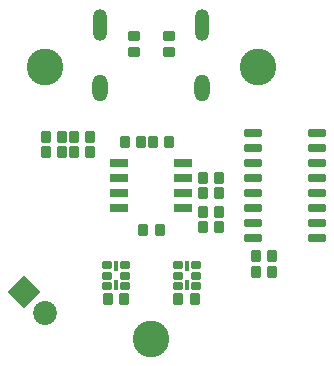
<source format=gbs>
G04*
G04 #@! TF.GenerationSoftware,Altium Limited,Altium Designer,23.3.1 (30)*
G04*
G04 Layer_Color=16711935*
%FSLAX43Y43*%
%MOMM*%
G71*
G04*
G04 #@! TF.SameCoordinates,68B4457D-8A2E-4C3C-B976-16FA262DB654*
G04*
G04*
G04 #@! TF.FilePolarity,Negative*
G04*
G01*
G75*
G04:AMPARAMS|DCode=30|XSize=0.8mm|YSize=1mm|CornerRadius=0.12mm|HoleSize=0mm|Usage=FLASHONLY|Rotation=0.000|XOffset=0mm|YOffset=0mm|HoleType=Round|Shape=RoundedRectangle|*
%AMROUNDEDRECTD30*
21,1,0.800,0.760,0,0,0.0*
21,1,0.560,1.000,0,0,0.0*
1,1,0.240,0.280,-0.380*
1,1,0.240,-0.280,-0.380*
1,1,0.240,-0.280,0.380*
1,1,0.240,0.280,0.380*
%
%ADD30ROUNDEDRECTD30*%
G04:AMPARAMS|DCode=31|XSize=0.4mm|YSize=0.8mm|CornerRadius=0.08mm|HoleSize=0mm|Usage=FLASHONLY|Rotation=180.000|XOffset=0mm|YOffset=0mm|HoleType=Round|Shape=RoundedRectangle|*
%AMROUNDEDRECTD31*
21,1,0.400,0.640,0,0,180.0*
21,1,0.240,0.800,0,0,180.0*
1,1,0.160,-0.120,0.320*
1,1,0.160,0.120,0.320*
1,1,0.160,0.120,-0.320*
1,1,0.160,-0.120,-0.320*
%
%ADD31ROUNDEDRECTD31*%
G04:AMPARAMS|DCode=40|XSize=0.85mm|YSize=1.06mm|CornerRadius=0.125mm|HoleSize=0mm|Usage=FLASHONLY|Rotation=0.000|XOffset=0mm|YOffset=0mm|HoleType=Round|Shape=RoundedRectangle|*
%AMROUNDEDRECTD40*
21,1,0.850,0.810,0,0,0.0*
21,1,0.600,1.060,0,0,0.0*
1,1,0.250,0.300,-0.405*
1,1,0.250,-0.300,-0.405*
1,1,0.250,-0.300,0.405*
1,1,0.250,0.300,0.405*
%
%ADD40ROUNDEDRECTD40*%
G04:AMPARAMS|DCode=44|XSize=0.8mm|YSize=1mm|CornerRadius=0.12mm|HoleSize=0mm|Usage=FLASHONLY|Rotation=90.000|XOffset=0mm|YOffset=0mm|HoleType=Round|Shape=RoundedRectangle|*
%AMROUNDEDRECTD44*
21,1,0.800,0.760,0,0,90.0*
21,1,0.560,1.000,0,0,90.0*
1,1,0.240,0.380,0.280*
1,1,0.240,0.380,-0.280*
1,1,0.240,-0.380,-0.280*
1,1,0.240,-0.380,0.280*
%
%ADD44ROUNDEDRECTD44*%
%ADD45C,3.100*%
G04:AMPARAMS|DCode=46|XSize=2.025mm|YSize=2.025mm|CornerRadius=0.242mm|HoleSize=0mm|Usage=FLASHONLY|Rotation=315.000|XOffset=0mm|YOffset=0mm|HoleType=Round|Shape=RoundedRectangle|*
%AMROUNDEDRECTD46*
21,1,2.025,1.540,0,0,315.0*
21,1,1.540,2.025,0,0,315.0*
1,1,0.485,0.000,-1.089*
1,1,0.485,-1.089,0.000*
1,1,0.485,0.000,1.089*
1,1,0.485,1.089,0.000*
%
%ADD46ROUNDEDRECTD46*%
%ADD47C,2.025*%
%ADD48O,1.303X2.303*%
%ADD49O,1.200X2.700*%
G04:AMPARAMS|DCode=64|XSize=0.7mm|YSize=1.55mm|CornerRadius=0.2mm|HoleSize=0mm|Usage=FLASHONLY|Rotation=270.000|XOffset=0mm|YOffset=0mm|HoleType=Round|Shape=RoundedRectangle|*
%AMROUNDEDRECTD64*
21,1,0.700,1.150,0,0,270.0*
21,1,0.300,1.550,0,0,270.0*
1,1,0.400,-0.575,-0.150*
1,1,0.400,-0.575,0.150*
1,1,0.400,0.575,0.150*
1,1,0.400,0.575,-0.150*
%
%ADD64ROUNDEDRECTD64*%
G04:AMPARAMS|DCode=65|XSize=0.7mm|YSize=1.55mm|CornerRadius=0.11mm|HoleSize=0mm|Usage=FLASHONLY|Rotation=270.000|XOffset=0mm|YOffset=0mm|HoleType=Round|Shape=RoundedRectangle|*
%AMROUNDEDRECTD65*
21,1,0.700,1.330,0,0,270.0*
21,1,0.480,1.550,0,0,270.0*
1,1,0.220,-0.665,-0.240*
1,1,0.220,-0.665,0.240*
1,1,0.220,0.665,0.240*
1,1,0.220,0.665,-0.240*
%
%ADD65ROUNDEDRECTD65*%
G04:AMPARAMS|DCode=66|XSize=0.8mm|YSize=0.65mm|CornerRadius=0.105mm|HoleSize=0mm|Usage=FLASHONLY|Rotation=180.000|XOffset=0mm|YOffset=0mm|HoleType=Round|Shape=RoundedRectangle|*
%AMROUNDEDRECTD66*
21,1,0.800,0.440,0,0,180.0*
21,1,0.590,0.650,0,0,180.0*
1,1,0.210,-0.295,0.220*
1,1,0.210,0.295,0.220*
1,1,0.210,0.295,-0.220*
1,1,0.210,-0.295,-0.220*
%
%ADD66ROUNDEDRECTD66*%
G04:AMPARAMS|DCode=67|XSize=0.7mm|YSize=1.6mm|CornerRadius=0.11mm|HoleSize=0mm|Usage=FLASHONLY|Rotation=270.000|XOffset=0mm|YOffset=0mm|HoleType=Round|Shape=RoundedRectangle|*
%AMROUNDEDRECTD67*
21,1,0.700,1.380,0,0,270.0*
21,1,0.480,1.600,0,0,270.0*
1,1,0.220,-0.690,-0.240*
1,1,0.220,-0.690,0.240*
1,1,0.220,0.690,0.240*
1,1,0.220,0.690,-0.240*
%
%ADD67ROUNDEDRECTD67*%
D30*
X4395Y-635D02*
D03*
X5765D02*
D03*
X4395Y635D02*
D03*
X5765D02*
D03*
X4395Y-2286D02*
D03*
X5765Y-2286D02*
D03*
X5765Y-3556D02*
D03*
X4395D02*
D03*
X-6527Y2794D02*
D03*
X-5157D02*
D03*
X-6527Y4064D02*
D03*
X-5157Y4064D02*
D03*
X1524Y3683D02*
D03*
X154D02*
D03*
X-8940Y2794D02*
D03*
X-7570D02*
D03*
X-8940Y4064D02*
D03*
X-7570D02*
D03*
X-839Y3683D02*
D03*
X-2209D02*
D03*
D31*
X3000Y-6812D02*
D03*
Y-8462D02*
D03*
X-3000Y-6812D02*
D03*
Y-8462D02*
D03*
D40*
X8825Y-5969D02*
D03*
X10225D02*
D03*
X8825Y-7366D02*
D03*
X10225Y-7366D02*
D03*
X700Y-3810D02*
D03*
X-700D02*
D03*
X-2300Y-9637D02*
D03*
X-3700D02*
D03*
X3700D02*
D03*
X2300D02*
D03*
D44*
X-1500Y12685D02*
D03*
Y11315D02*
D03*
X1500Y12685D02*
D03*
Y11315D02*
D03*
D45*
X9000Y10000D02*
D03*
X-9000D02*
D03*
X0Y-13000D02*
D03*
D46*
X-10804Y-9008D02*
D03*
D47*
X-9008Y-10804D02*
D03*
D48*
X-4320Y8250D02*
D03*
X4320D02*
D03*
D49*
X-4320Y13610D02*
D03*
X4320D02*
D03*
D64*
X14028Y4445D02*
D03*
X14028Y3175D02*
D03*
X14028Y1905D02*
D03*
Y635D02*
D03*
X14028Y-635D02*
D03*
X14028Y-1905D02*
D03*
X14028Y-3175D02*
D03*
X14028Y-4445D02*
D03*
X8578Y4445D02*
D03*
X8578Y3175D02*
D03*
X8578Y1905D02*
D03*
Y635D02*
D03*
Y-635D02*
D03*
X8578Y-1905D02*
D03*
X8578Y-3175D02*
D03*
D65*
Y-4445D02*
D03*
D66*
X3750Y-7637D02*
D03*
X3750Y-6737D02*
D03*
X2250D02*
D03*
Y-7637D02*
D03*
Y-8537D02*
D03*
X3750D02*
D03*
X-2250Y-7637D02*
D03*
X-2250Y-6737D02*
D03*
X-3750D02*
D03*
Y-7637D02*
D03*
Y-8537D02*
D03*
X-2250D02*
D03*
D67*
X-2700Y-1905D02*
D03*
Y-635D02*
D03*
Y635D02*
D03*
Y1905D02*
D03*
X2700Y-1905D02*
D03*
Y-635D02*
D03*
Y635D02*
D03*
Y1905D02*
D03*
M02*

</source>
